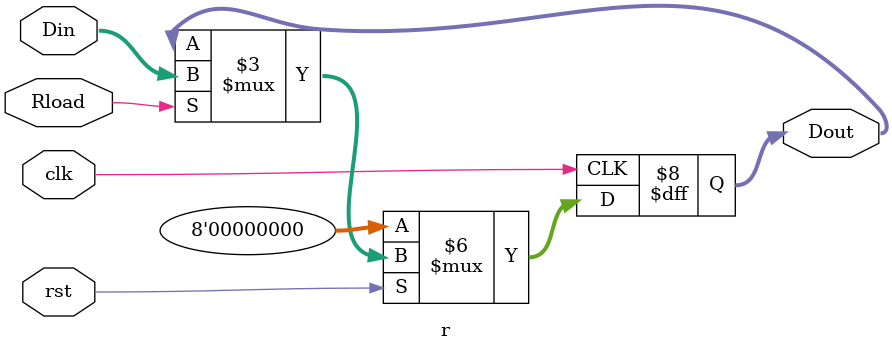
<source format=v>

module r(Din, clk, rst, Rload, Dout);

input [7:0] Din;
input clk, rst, Rload;

output [7:0] Dout;
reg [7:0] Dout;

always @(posedge clk) begin
    if (!rst)
        Dout <= 0;
    else if (Rload)
        Dout <= Din;
end

endmodule

</source>
